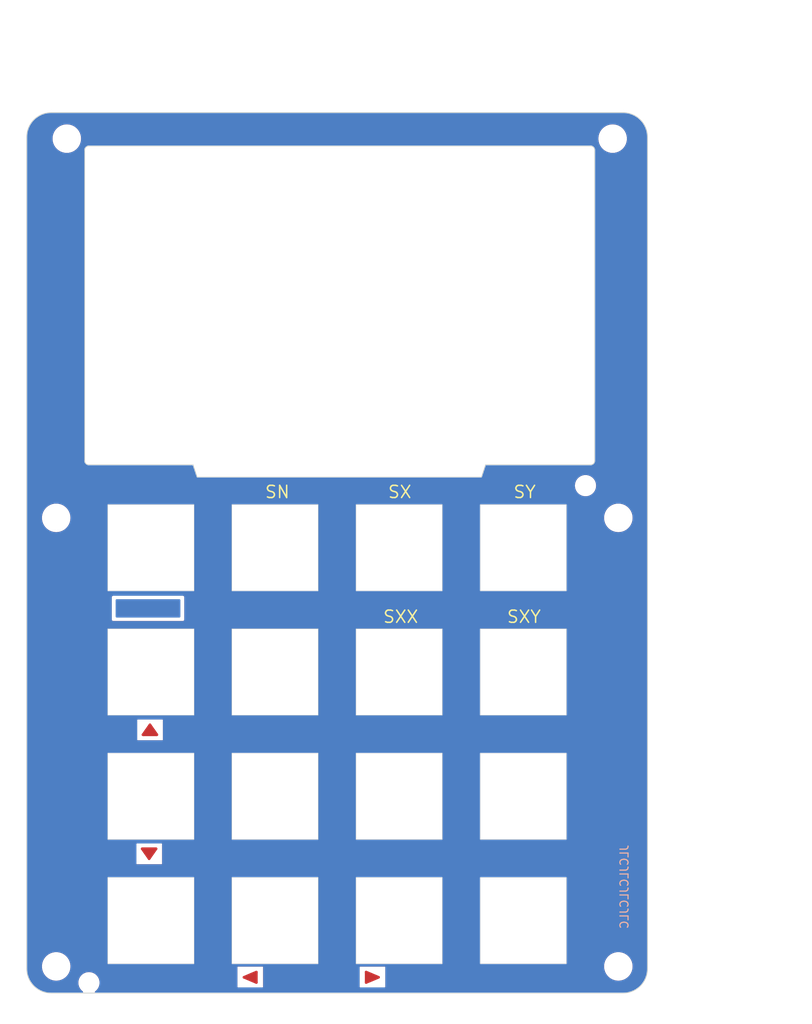
<source format=kicad_pcb>
(kicad_pcb (version 20221018) (generator pcbnew)
  (layers (0 "F.Cu" signal) (31 "B.Cu" signal) (34 "B.Paste" user) (35 "F.Paste" user) (36 "B.SilkS" user "B.Silkscreen") (37 "F.SilkS" user "F.Silkscreen") (38 "B.Mask" user) (39 "F.Mask" user) (44 "Edge.Cuts" user))
  (net 0 "")
  (net 1 "GND")
  (footprint "MountingHole:MountingHole_3mm" (layer "F.Cu") (at 141.18 95.4)
    (fp_text reference "REF**" hide)
    (fp_text value "MountingHole_3mm")
    (pad "" np_thru_hole circle (at 0 0) (size 3 3) (drill 3) (layers "*.Cu" "*.Mask"))
  )
  (footprint "SKRRAAE010_Dome_Switch:Calculator_Button_Bezel" (layer "F.Cu") (at 114.28 99.06)
    (fp_text reference "REF**" hide)
    (fp_text value "Calculator_Button_Bezel" hide)
    (fp_rect (start -5.3 -5.3) (end 5.3 5.3) (stroke (width 0.05)) (fill none) (layer "Edge.Cuts"))
  )
  (footprint "MountingHole:MountingHole_3mm" (layer "F.Cu") (at 72.18 95.4)
    (fp_text reference "REF**" hide)
    (fp_text value "MountingHole_3mm")
    (pad "" np_thru_hole circle (at 0 0) (size 3 3) (drill 3) (layers "*.Cu" "*.Mask"))
  )
  (footprint "MountingHole:MountingHole_2.1mm" (layer "F.Cu") (at 76.2 152.4)
    (fp_text reference "REF**" hide)
    (fp_text value "MountingHole_2.1mm")
    (pad "" np_thru_hole circle (at 0 0) (size 2.1 2.1) (drill 2.1) (layers "*.Cu" "*.Mask"))
  )
  (footprint "SKRRAAE010_Dome_Switch:Calculator_Button_Bezel" (layer "F.Cu") (at 114.28 144.78)
    (fp_text reference "REF**" hide)
    (fp_text value "Calculator_Button_Bezel" hide)
    (fp_rect (start -5.3 -5.3) (end 5.3 5.3) (stroke (width 0.05)) (fill none) (layer "Edge.Cuts"))
  )
  (footprint "MountingHole:MountingHole_3mm" (layer "F.Cu") (at 141.18 150.4)
    (fp_text reference "REF**" hide)
    (fp_text value "MountingHole_3mm")
    (pad "" np_thru_hole circle (at 0 0) (size 3 3) (drill 3) (layers "*.Cu" "*.Mask"))
  )
  (footprint "SKRRAAE010_Dome_Switch:Calculator_Button_Bezel" (layer "F.Cu") (at 83.8 99.06)
    (fp_text reference "REF**" hide)
    (fp_text value "Calculator_Button_Bezel")
    (fp_rect (start -5.3 -5.3) (end 5.3 5.3) (stroke (width 0.05)) (fill none) (layer "Edge.Cuts"))
  )
  (footprint "SKRRAAE010_Dome_Switch:Calculator_Button_Bezel" (layer "F.Cu") (at 99.04 99.06)
    (fp_text reference "REF**" hide)
    (fp_text value "Calculator_Button_Bezel")
    (fp_rect (start -5.3 -5.3) (end 5.3 5.3) (stroke (width 0.05)) (fill none) (layer "Edge.Cuts"))
  )
  (footprint "SKRRAAE010_Dome_Switch:Calculator_Button_Bezel" (layer "F.Cu") (at 99.04 129.54)
    (fp_text reference "REF**" hide)
    (fp_text value "Calculator_Button_Bezel" hide)
    (fp_rect (start -5.3 -5.3) (end 5.3 5.3) (stroke (width 0.05)) (fill none) (layer "Edge.Cuts"))
  )
  (footprint "SKRRAAE010_Dome_Switch:Calculator_Button_Bezel" (layer "F.Cu") (at 129.52 144.78)
    (fp_text reference "REF**" hide)
    (fp_text value "Calculator_Button_Bezel" hide)
    (fp_rect (start -5.3 -5.3) (end 5.3 5.3) (stroke (width 0.05)) (fill none) (layer "Edge.Cuts"))
  )
  (footprint "SKRRAAE010_Dome_Switch:Calculator_Button_Bezel" (layer "F.Cu") (at 114.28 129.54)
    (fp_text reference "REF**" hide)
    (fp_text value "Calculator_Button_Bezel" hide)
    (fp_rect (start -5.3 -5.3) (end 5.3 5.3) (stroke (width 0.05)) (fill none) (layer "Edge.Cuts"))
  )
  (footprint "SKRRAAE010_Dome_Switch:Calculator_Button_Bezel" (layer "F.Cu") (at 99.04 114.3)
    (fp_text reference "REF**" hide)
    (fp_text value "Calculator_Button_Bezel" hide)
    (fp_rect (start -5.3 -5.3) (end 5.3 5.3) (stroke (width 0.05)) (fill none) (layer "Edge.Cuts"))
  )
  (footprint "SKRRAAE010_Dome_Switch:Calculator_Button_Bezel" (layer "F.Cu") (at 83.8 129.54)
    (fp_text reference "REF**" hide)
    (fp_text value "Calculator_Button_Bezel")
    (fp_rect (start -5.3 -5.3) (end 5.3 5.3) (stroke (width 0.05)) (fill none) (layer "Edge.Cuts"))
  )
  (footprint "SKRRAAE010_Dome_Switch:Calculator_Button_Bezel" (layer "F.Cu") (at 83.8 114.3)
    (fp_text reference "REF**" hide)
    (fp_text value "Calculator_Button_Bezel")
    (fp_rect (start -5.3 -5.3) (end 5.3 5.3) (stroke (width 0.05)) (fill none) (layer "Edge.Cuts"))
  )
  (footprint "SKRRAAE010_Dome_Switch:Calculator_Button_Bezel" (layer "F.Cu") (at 129.52 129.54)
    (fp_text reference "REF**" hide)
    (fp_text value "Calculator_Button_Bezel" hide)
    (fp_rect (start -5.3 -5.3) (end 5.3 5.3) (stroke (width 0.05)) (fill none) (layer "Edge.Cuts"))
  )
  (footprint "MountingHole:MountingHole_3mm" (layer "F.Cu") (at 140.48 48.9)
    (fp_text reference "REF**" hide)
    (fp_text value "MountingHole_3mm")
    (pad "" np_thru_hole circle (at 0 0) (size 3 3) (drill 3) (layers "*.Cu" "*.Mask"))
  )
  (footprint "SKRRAAE010_Dome_Switch:Calculator_Button_Bezel" (layer "F.Cu") (at 83.8 144.78)
    (fp_text reference "REF**" hide)
    (fp_text value "Calculator_Button_Bezel")
    (fp_rect (start -5.3 -5.3) (end 5.3 5.3) (stroke (width 0.05)) (fill none) (layer "Edge.Cuts"))
  )
  (footprint "SKRRAAE010_Dome_Switch:Calculator_Button_Bezel" (layer "F.Cu") (at 114.28 114.3)
    (fp_text reference "REF**" hide)
    (fp_text value "Calculator_Button_Bezel" hide)
    (fp_rect (start -5.3 -5.3) (end 5.3 5.3) (stroke (width 0.05)) (fill none) (layer "Edge.Cuts"))
  )
  (footprint "MountingHole:MountingHole_3mm" (layer "F.Cu") (at 73.48 48.9)
    (fp_text reference "REF**" hide)
    (fp_text value "MountingHole_3mm")
    (pad "" np_thru_hole circle (at 0 0) (size 3 3) (drill 3) (layers "*.Cu" "*.Mask"))
  )
  (footprint "SKRRAAE010_Dome_Switch:Calculator_Button_Bezel" (layer "F.Cu") (at 129.52 99.06)
    (fp_text reference "REF**" hide)
    (fp_text value "Calculator_Button_Bezel" hide)
    (fp_rect (start -5.3 -5.3) (end 5.3 5.3) (stroke (width 0.05)) (fill none) (layer "Edge.Cuts"))
  )
  (footprint "MountingHole:MountingHole_3mm" (layer "F.Cu") (at 72.18 150.4)
    (fp_text reference "REF**" hide)
    (fp_text value "MountingHole_3mm")
    (pad "" np_thru_hole circle (at 0 0) (size 3 3) (drill 3) (layers "*.Cu" "*.Mask"))
  )
  (footprint "SKRRAAE010_Dome_Switch:Calculator_Button_Bezel" (layer "F.Cu") (at 99.04 144.78)
    (fp_text reference "REF**" hide)
    (fp_text value "Calculator_Button_Bezel" hide)
    (fp_rect (start -5.3 -5.3) (end 5.3 5.3) (stroke (width 0.05)) (fill none) (layer "Edge.Cuts"))
  )
  (footprint "MountingHole:MountingHole_2.1mm" (layer "F.Cu") (at 137.15 91.45)
    (fp_text reference "REF**" hide)
    (fp_text value "MountingHole_2.1mm")
    (pad "" np_thru_hole circle (at 0 0) (size 2.1 2.1) (drill 2.1) (layers "*.Cu" "*.Mask"))
  )
  (footprint "SKRRAAE010_Dome_Switch:Calculator_Button_Bezel" (layer "F.Cu") (at 129.52 114.3)
    (fp_text reference "REF**" hide)
    (fp_text value "Calculator_Button_Bezel" hide)
    (fp_rect (start -5.3 -5.3) (end 5.3 5.3) (stroke (width 0.05)) (fill none) (layer "Edge.Cuts"))
  )
  (gr_arc (start 138.28 88.4) (mid 138.133553 88.753553) (end 137.78 88.9) (stroke (width 0.1)) (layer "Edge.Cuts"))
  (gr_arc (start 68.56 48.71) (mid 69.43868 46.58868) (end 71.56 45.71) (stroke (width 0.1)) (layer "Edge.Cuts"))
  (gr_line (start 88.98 88.9) (end 89.48 90.4) (stroke (width 0.1)) (layer "Edge.Cuts"))
  (gr_line (start 68.56 150.67) (end 68.56 48.71) (stroke (width 0.1)) (layer "Edge.Cuts"))
  (gr_line (start 89.48 90.4) (end 124.38 90.4) (stroke (width 0.1)) (layer "Edge.Cuts"))
  (gr_line (start 71.56 45.71) (end 141.76 45.71) (stroke (width 0.1)) (layer "Edge.Cuts"))
  (gr_arc (start 141.76 45.71) (mid 143.88132 46.58868) (end 144.76 48.71) (stroke (width 0.1)) (layer "Edge.Cuts"))
  (gr_line (start 88.98 88.9) (end 76.18 88.9) (stroke (width 0.1)) (layer "Edge.Cuts"))
  (gr_line (start 144.76 48.71) (end 144.76 150.67) (stroke (width 0.1)) (layer "Edge.Cuts"))
  (gr_arc (start 76.18 88.9) (mid 75.826447 88.753553) (end 75.68 88.4) (stroke (width 0.1)) (layer "Edge.Cuts"))
  (gr_line (start 75.68 88.4) (end 75.68 50.3) (stroke (width 0.1)) (layer "Edge.Cuts"))
  (gr_arc (start 137.78 49.8) (mid 138.133553 49.946447) (end 138.28 50.3) (stroke (width 0.1)) (layer "Edge.Cuts"))
  (gr_line locked (start 141.76 153.67) (end 71.56 153.67) (stroke (width 0.1)) (layer "Edge.Cuts"))
  (gr_line (start 137.78 88.9) (end 124.88 88.9) (stroke (width 0.1)) (layer "Edge.Cuts"))
  (gr_arc (start 144.76 150.67) (mid 143.88132 152.79132) (end 141.76 153.67) (stroke (width 0.1)) (layer "Edge.Cuts"))
  (gr_line (start 76.18 49.8) (end 137.78 49.8) (stroke (width 0.1)) (layer "Edge.Cuts"))
  (gr_line (start 124.38 90.4) (end 124.88 88.9) (stroke (width 0.1)) (layer "Edge.Cuts"))
  (gr_arc (start 71.56 153.67) (mid 69.43868 152.79132) (end 68.56 150.67) (stroke (width 0.1)) (layer "Edge.Cuts"))
  (gr_arc (start 75.68 50.3) (mid 75.826447 49.946447) (end 76.18 49.8) (stroke (width 0.1)) (layer "Edge.Cuts"))
  (gr_line (start 138.28 50.3) (end 138.28 88.4) (stroke (width 0.1)) (layer "Edge.Cuts"))
  (gr_text "IN" (at 112.652999 137.194803) (layer "F.Cu" knockout) (effects (font (size 1.4 2) (thickness 0.32) bold) (justify left bottom)))
  (gr_text "C" (at 119.9 130.7) (layer "F.Cu" knockout) (effects (font (size 1.5 2) (thickness 0.3) bold) (justify left bottom)))
  (gr_text "DOWN" (at 125.064231 137.186986) (layer "F.Cu" knockout) (effects (font (size 1.4 2) (thickness 0.32) bold) (justify left bottom)))
  (gr_text "D" (at 135.2 130.7) (layer "F.Cu" knockout) (effects (font (size 1.5 2) (thickness 0.3) bold) (justify left bottom)))
  (gr_text "NEW" (at 95.949381 137.203519) (layer "F.Cu" knockout) (effects (font (size 1.4 2) (thickness 0.32) bold) (justify left bottom)))
  (gr_text "EDIT" (at 125.958072 152.297422) (layer "F.Cu" knockout) (effects (font (size 1.4 2) (thickness 0.32) bold) (justify left bottom)))
  (gr_text "◀" (at 94.537579 152.506) (layer "F.Cu") (effects (font (size 1.5 2) (thickness 0.32) bold) (justify left bottom)))
  (gr_text "▶" (at 109.537579 152.506) (layer "F.Cu") (effects (font (size 1.5 2) (thickness 0.32) bold) (justify left bottom)))
  (gr_text "MENU" (at 79.2 107.5) (layer "F.Cu") (effects (font (size 1.6 2) (thickness 0.32) bold) (justify left bottom)))
  (gr_text "B" (at 104.6 130.8) (layer "F.Cu" knockout) (effects (font (size 1.5 2) (thickness 0.3) bold) (justify left bottom)))
  (gr_text "REN" (at 97.586055 152.468704) (layer "F.Cu" knockout) (effects (font (size 1.4 2) (thickness 0.32) bold) (justify left bottom)))
  (gr_text "A" (at 104.6 146.1) (layer "F.Cu" knockout) (effects (font (size 1.5 2) (thickness 0.3) bold) (justify left bottom)))
  (gr_text "UP" (at 127.466809 121.906082) (layer "F.Cu" knockout) (effects (font (size 1.4 2) (thickness 0.32) bold) (justify left bottom)))
  (gr_text "F" (at 119.9 114.9) (layer "F.Cu" knockout) (effects (font (size 1.5 2) (thickness 0.3) bold) (justify left bottom)))
  (gr_text "▲" (at 82.237579 122.206) (layer "F.Cu") (effects (font (size 1.6 2) (thickness 0.32) bold) (justify left bottom)))
  (gr_text "▼" (at 82.137579 137.406) (layer "F.Cu") (effects (font (size 1.6 2) (thickness 0.32) bold) (justify left bottom)))
  (gr_text "E" (at 104.6 115) (layer "F.Cu" knockout) (effects (font (size 1.5 2) (thickness 0.3) bold) (justify left bottom)))
  (gr_text "OUT" (at 111.256405 121.899166) (layer "F.Cu" knockout) (effects (font (size 1.4 2) (thickness 0.32) bold) (justify left bottom)))
  (gr_text "DEL" (at 112.858056 152.365236) (layer "F.Cu" knockout) (effects (font (size 1.4 2) (thickness 0.32) bold) (justify left bottom)))
  (gr_text "JLCJLCJLCJLC" (at 142.5 135.4 90) (layer "B.SilkS") (effects (font (size 1 1)) (justify left bottom mirror)))
  (gr_text "SX" (at 112.8 93.1) (layer "F.SilkS") (effects (font (size 1.5 1.5) (thickness 0.1875)) (justify left bottom)))
  (gr_text "SY" (at 128.2 93.1) (layer "F.SilkS") (effects (font (size 1.5 1.5) (thickness 0.1875)) (justify left bottom)))
  (gr_text "SN" (at 97.7 93.1) (layer "F.SilkS") (effects (font (size 1.5 1.5) (thickness 0.1875)) (justify left bottom)))
  (gr_text "SXX" (at 112.2 108.4) (layer "F.SilkS") (effects (font (size 1.5 1.5) (thickness 0.1875)) (justify left bottom)))
  (gr_text "SXY" (at 127.4 108.4) (layer "F.SilkS") (effects (font (size 1.5 1.5) (thickness 0.1875)) (justify left bottom)))
  (zone locked (net 1) (net_name "GND") (layers "F&B.Cu") (priority 1) (connect_pads (clearance 0.5)) (min_thickness 0.25) (fill yes (thermal_gap 0.5) (thermal_bridge_width 0.5))
    (polygon (pts (xy 66.02 40.64) (xy 66.02 157.48) (xy 152.38 157.48) (xy 152.38 40.64)))
  )
)
</source>
